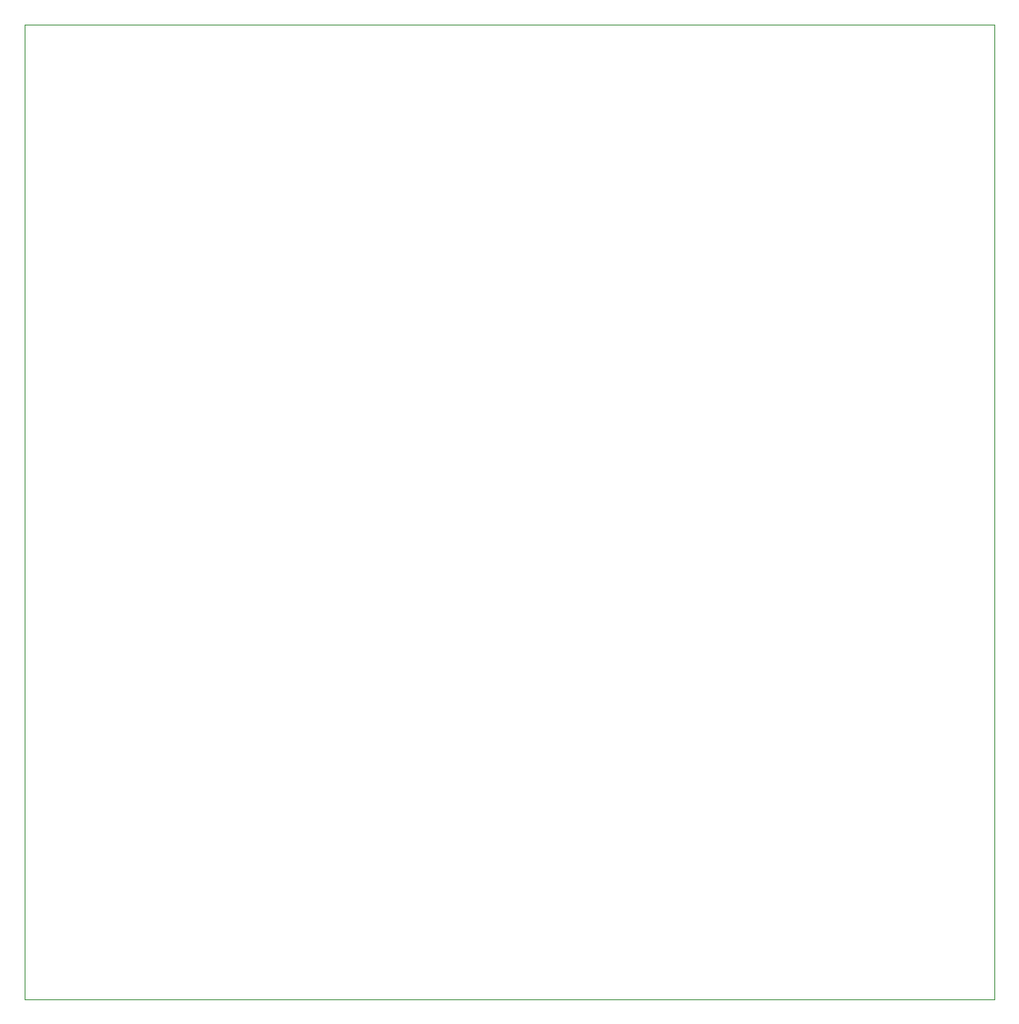
<source format=gm1>
G04 #@! TF.GenerationSoftware,KiCad,Pcbnew,(7.0.0)*
G04 #@! TF.CreationDate,2023-03-29T00:30:15-05:00*
G04 #@! TF.ProjectId,445,3434352e-6b69-4636-9164-5f7063625858,rev?*
G04 #@! TF.SameCoordinates,Original*
G04 #@! TF.FileFunction,Profile,NP*
%FSLAX46Y46*%
G04 Gerber Fmt 4.6, Leading zero omitted, Abs format (unit mm)*
G04 Created by KiCad (PCBNEW (7.0.0)) date 2023-03-29 00:30:15*
%MOMM*%
%LPD*%
G01*
G04 APERTURE LIST*
G04 #@! TA.AperFunction,Profile*
%ADD10C,0.100000*%
G04 #@! TD*
G04 APERTURE END LIST*
D10*
X112982000Y-28222000D02*
X212982000Y-28222000D01*
X212982000Y-28222000D02*
X212982000Y-128670000D01*
X212982000Y-128670000D02*
X112982000Y-128670000D01*
X112982000Y-128670000D02*
X112982000Y-28222000D01*
M02*

</source>
